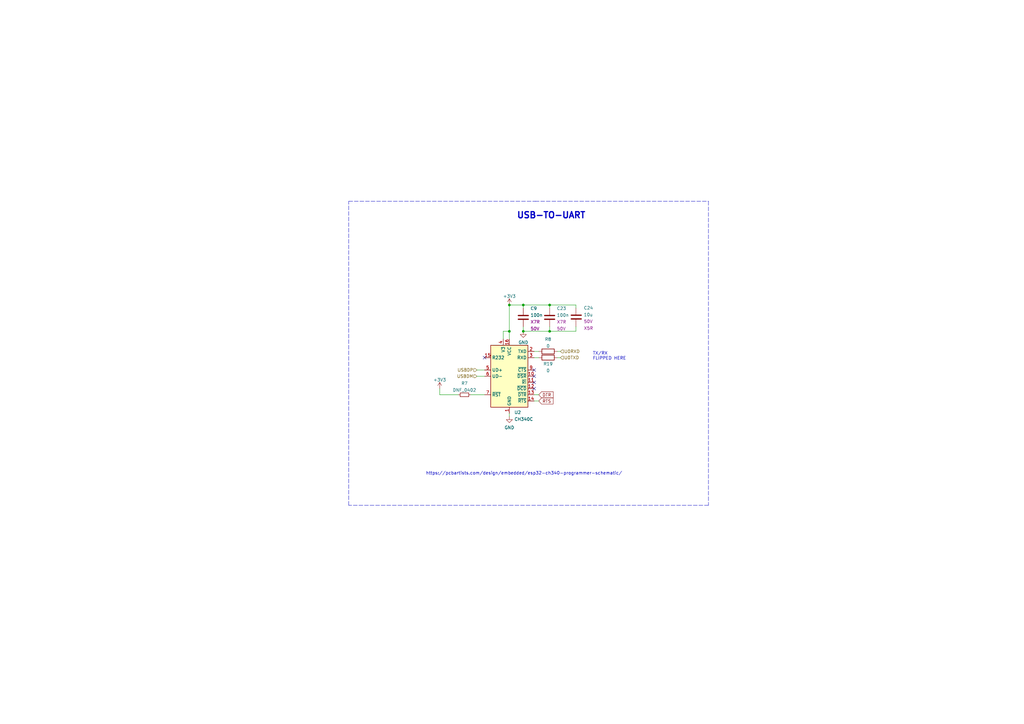
<source format=kicad_sch>
(kicad_sch (version 20211123) (generator eeschema)
  (paper "A3")
  (title_block (title "Plant Bot") (date "2022-12-10") (rev "E"))
  (lib_symbols
    (symbol "Misc_JLC:CH340C"
      (property "Reference" "U" (at -5.08 13.97 0))
      (property "Value" "CH340C" (at 1.27 13.97 0))
      (symbol "CH340C_0_1"
        (rectangle (start -7.62 12.7) (end 7.62 -12.7) (stroke (width 0.254)) (fill (type background)))
      )
      (symbol "CH340C_1_1"
        (pin power_in line (at 0 -15.24 90) (length 2.54) (name "GND") (number "1"))
        (pin input line (at 10.16 0 180) (length 2.54) (name "~{DSR}") (number "10"))
        (pin input line (at 10.16 -2.54 180) (length 2.54) (name "~{RI}") (number "11"))
        (pin input line (at 10.16 -5.08 180) (length 2.54) (name "~{DCD}") (number "12"))
        (pin output line (at 10.16 -7.62 180) (length 2.54) (name "~{DTR}") (number "13"))
        (pin output line (at 10.16 -10.16 180) (length 2.54) (name "~{RTS}") (number "14"))
        (pin input line (at -10.16 7.62 0) (length 2.54) (name "R232") (number "15"))
        (pin power_in line (at 0 15.24 270) (length 2.54) (name "VCC") (number "16"))
        (pin output line (at 10.16 10.16 180) (length 2.54) (name "TXD") (number "2"))
        (pin input line (at 10.16 7.62 180) (length 2.54) (name "RXD") (number "3"))
        (pin passive line (at -2.54 15.24 270) (length 2.54) (name "V3") (number "4"))
        (pin bidirectional line (at -10.16 2.54 0) (length 2.54) (name "UD+") (number "5"))
        (pin bidirectional line (at -10.16 0 0) (length 2.54) (name "UD-") (number "6"))
        (pin input line (at -10.16 -7.62 0) (length 2.54) (name "~{RST}") (number "7"))
        (pin no_connect line (at -7.62 -10.16 0) (length 2.54) hide (name "NC") (number "8"))
        (pin input line (at 10.16 2.54 180) (length 2.54) (name "~{CTS}") (number "9"))
      )
    )
    (symbol "TinyTin:0" (pin_numbers hide) (pin_names (offset 0))
      (property "Reference" "R" (at 2.032 0 90))
      (property "Value" "0" (at 0 0 90))
      (symbol "0_0_1"
        (rectangle (start -1.016 -2.54) (end 1.016 2.54) (stroke (width 0.254)))
      )
      (symbol "0_1_1"
        (pin passive line (at 0 3.81 270) (length 1.27) (name "~") (number "1"))
        (pin passive line (at 0 -3.81 90) (length 1.27) (name "~") (number "2"))
      )
    )
    (symbol "TinyTin:100n" (pin_numbers hide) (pin_names (offset 0.254))
      (property "Reference" "C" (at 0.635 2.54 0))
      (property "Value" "100n" (at 0.635 -2.54 0))
      (property "Type" "X7R" (at 5.7404 1.27 0))
      (property "Voltage" "50V" (at 5.5372 -1.016 0))
      (symbol "100n_0_1"
        (polyline (pts (xy -2.032 -0.762) (xy 2.032 -0.762)) (stroke (width 0.508)))
        (polyline (pts (xy -2.032 0.762) (xy 2.032 0.762)) (stroke (width 0.508)))
      )
      (symbol "100n_1_1"
        (pin passive line (at 0 3.81 270) (length 2.794) (name "~") (number "1"))
        (pin passive line (at 0 -3.81 90) (length 2.794) (name "~") (number "2"))
      )
    )
    (symbol "TinyTin:10u" (pin_numbers hide) (pin_names (offset 0.254) hide)
      (property "Reference" "C" (at 3.175 -2.54 0))
      (property "Value" "10u" (at 2.8702 -4.9276 0))
      (property "Rated Voltage" "50V" (at -4.7498 -4.826 0))
      (property "STD Code" "X5R" (at -4.6482 -2.8956 0))
      (symbol "10u_0_1"
        (polyline (pts (xy -1.905 -4.445) (xy 2.159 -4.445)) (stroke (width 0.508)))
        (polyline (pts (xy -1.905 -2.921) (xy 2.159 -2.921)) (stroke (width 0.508)))
      )
      (symbol "10u_1_1"
        (pin passive line (at 0 0 270) (length 2.794) (name "~") (number "1"))
        (pin passive line (at 0 -7.62 90) (length 3) (name "~") (number "2"))
      )
    )
    (symbol "personal:DNF_0402" (pin_numbers hide) (pin_names (offset 0.254) hide)
      (property "Reference" "R" (at 0.762 0.508 0))
      (property "Value" "DNF_0402" (at 0.762 -1.016 0))
      (symbol "DNF_0402_0_1"
        (rectangle (start -0.762 1.778) (end 0.762 -1.778) (stroke (width 0.2032)))
      )
      (symbol "DNF_0402_1_1"
        (pin passive line (at 0 2.54 270) (length 0.762) (name "~") (number "1"))
        (pin passive line (at 0 -2.54 90) (length 0.762) (name "~") (number "2"))
      )
    )
    (symbol "power:+3V3" (power) (pin_names (offset 0))
      (property "Value" "+3V3" (at 0 3.556 0))
      (symbol "+3V3_0_1"
        (polyline (pts (xy -0.762 1.27) (xy 0 2.54)))
        (polyline (pts (xy 0 0) (xy 0 2.54)))
        (polyline (pts (xy 0 2.54) (xy 0.762 1.27)))
      )
      (symbol "+3V3_1_1"
        (pin power_in line (at 0 0 90) (length 0) hide (name "+3V3") (number "1"))
      )
    )
    (symbol "power:GND" (power) (pin_names (offset 0))
      (property "Value" "GND" (at 0 -3.81 0))
      (symbol "GND_0_1"
        (polyline (pts (xy 0 0) (xy 0 -1.27) (xy 1.27 -1.27) (xy 0 -2.54) (xy -1.27 -1.27) (xy 0 -1.27)))
      )
      (symbol "GND_1_1"
        (pin power_in line (at 0 0 270) (length 0) hide (name "GND") (number "1"))
      )
    )
  )
  (junction (at 208.915 135.89))
  (junction (at 208.915 125.095))
  (junction (at 214.63 125.095))
  (junction (at 214.63 135.89))
  (junction (at 225.425 135.89))
  (junction (at 225.425 125.095))
  (no_connect (at 219.075 156.845))
  (no_connect (at 198.755 146.685))
  (no_connect (at 219.075 151.765))
  (no_connect (at 219.075 159.385))
  (no_connect (at 219.075 154.305))
  (wire (pts (xy 206.375 139.065) (xy 206.375 135.89)))
  (wire (pts (xy 208.915 125.095) (xy 208.915 135.89)))
  (wire (pts (xy 219.075 161.925) (xy 220.98 161.925)))
  (wire (pts (xy 228.6 144.145) (xy 229.87 144.145)))
  (wire (pts (xy 195.58 151.765) (xy 198.755 151.765)))
  (wire (pts (xy 225.425 135.89) (xy 236.22 135.89)))
  (wire (pts (xy 214.63 135.89) (xy 225.425 135.89)))
  (polyline (pts (xy 219.456 82.55) (xy 290.576 82.55)))
  (wire (pts (xy 219.075 144.145) (xy 220.98 144.145)))
  (wire (pts (xy 214.63 125.095) (xy 214.63 126.365)))
  (polyline (pts (xy 290.576 82.55) (xy 290.576 207.264)))
  (wire (pts (xy 225.425 125.095) (xy 225.425 126.365)))
  (wire (pts (xy 206.375 135.89) (xy 208.915 135.89)))
  (polyline (pts (xy 143.002 207.264) (xy 143.002 82.55)))
  (wire (pts (xy 219.075 146.685) (xy 220.98 146.685)))
  (wire (pts (xy 208.915 135.89) (xy 208.915 139.065)))
  (wire (pts (xy 219.075 164.465) (xy 220.98 164.465)))
  (polyline (pts (xy 143.002 82.55) (xy 219.71 82.55)))
  (wire (pts (xy 180.34 159.385) (xy 180.34 161.925)))
  (wire (pts (xy 225.425 133.985) (xy 225.425 135.89)))
  (wire (pts (xy 180.34 161.925) (xy 187.96 161.925)))
  (wire (pts (xy 208.915 125.095) (xy 214.63 125.095)))
  (polyline (pts (xy 290.576 207.264) (xy 143.002 207.264)))
  (wire (pts (xy 195.58 154.305) (xy 198.755 154.305)))
  (wire (pts (xy 236.22 133.985) (xy 236.22 135.89)))
  (wire (pts (xy 193.04 161.925) (xy 198.755 161.925)))
  (wire (pts (xy 214.63 125.095) (xy 225.425 125.095)))
  (wire (pts (xy 228.6 146.685) (xy 229.87 146.685)))
  (wire (pts (xy 225.425 125.095) (xy 236.22 125.095)))
  (wire (pts (xy 208.915 169.545) (xy 208.915 170.815)))
  (wire (pts (xy 214.63 133.985) (xy 214.63 135.89)))
  (wire (pts (xy 236.22 126.365) (xy 236.22 125.095)))
  (text "https://pcbartists.com/design/embedded/esp32-ch340-programmer-schematic/" (at 174.625 194.945 0) (effects (font (size 1.27 1.27)) (justify left bottom)))
  (text "TX/RX \nFLIPPED HERE" (at 243.078 147.828 0) (effects (font (size 1.27 1.27)) (justify left bottom)))
  (text "USB-TO-UART" (at 211.836 89.916 0) (effects (font (size 2.54 2.54) (thickness 0.508) bold) (justify left bottom)))
  (global_label "RTS" (shape input) (at 220.98 164.465 0) (property "Intersheet References" "${INTERSHEET_REFS}" (effects hide)))
  (global_label "DTR" (shape input) (at 220.98 161.925 0) (property "Intersheet References" "${INTERSHEET_REFS}" (effects hide)))
  (hierarchical_label "U0TXD" (shape input) (at 229.87 146.685 0))
  (hierarchical_label "USBDP" (shape input) (at 195.58 151.765 180))
  (hierarchical_label "USBDM" (shape input) (at 195.58 154.305 180))
  (hierarchical_label "U0RXD" (shape input) (at 229.87 144.145 0))
  (symbol (lib_id "TinyTin:10u") (at 236.22 126.365 0) (unit 1)
    (property "Reference" "C24" (at 239.395 126.2947 0) (effects (justify left)))
    (property "Value" "10u" (at 239.395 129.0698 0) (effects (justify left)))
    (property "Footprint" "Capacitor_SMD:C_0805_2012Metric" (effects hide))
    (property "Datasheet" "https://datasheet.lcsc.com/lcsc/2004251506_Murata-Electronics-GRM21BR61H106KE43L_C440198.pdf" (effects hide))
    (property "LCSC" "C440198" (effects hide))
    (property "Rated Voltage" "50V" (at 239.395 131.8449 0) (effects (justify left)))
    (property "STD Code" "X5R" (at 239.395 134.62 0) (effects (justify left)))
  )
  (symbol (lib_id "TinyTin:0") (at 224.79 146.685 90) (unit 1)
    (property "Reference" "R19" (at 224.79 149.225 90))
    (property "Value" "0" (at 224.79 152.0001 90))
    (property "Footprint" "Resistor_SMD:R_0805_2012Metric_Pad1.20x1.40mm_HandSolder" (effects hide))
    (property "LCSC" "C17477" (effects hide))
  )
  (symbol (lib_id "power:GND") (at 208.915 170.815 0) (unit 1)
    (property "Reference" "#PWR0155" (effects hide))
    (property "Value" "GND" (at 208.915 175.3775 0))
  )
  (symbol (lib_id "TinyTin:0") (at 224.79 144.145 90) (unit 1)
    (property "Reference" "R8" (at 224.79 139.1625 90))
    (property "Value" "0" (at 224.79 141.9376 90))
    (property "Footprint" "Resistor_SMD:R_0805_2012Metric_Pad1.20x1.40mm_HandSolder" (effects hide))
    (property "LCSC" "C17477" (effects hide))
  )
  (symbol (lib_id "TinyTin:100n") (at 225.425 130.175 0) (unit 1)
    (property "Reference" "C23" (at 228.346 126.4914 0) (effects (justify left)))
    (property "Value" "100n" (at 228.346 129.2665 0) (effects (justify left)))
    (property "Footprint" "Capacitor_SMD:C_0402_1005Metric" (effects hide))
    (property "Type" "X7R" (at 228.346 132.0416 0) (effects (justify left)))
    (property "LCSC" "C307331" (effects hide))
    (property "Voltage" "50V" (at 228.346 134.8167 0) (effects (justify left)))
  )
  (symbol (lib_id "power:GND") (at 214.63 135.89 0) (mirror y) (unit 1)
    (property "Reference" "#PWR0154" (effects hide))
    (property "Value" "GND" (at 214.63 140.4525 0))
  )
  (symbol (lib_id "Misc_JLC:CH340C") (at 208.915 154.305 0) (unit 1)
    (property "Reference" "U2" (at 210.9344 169.1545 0) (effects (justify left)))
    (property "Value" "CH340C" (at 210.9344 171.9296 0) (effects (justify left)))
    (property "Footprint" "Package_SO:SOIC-16_3.9x9.9mm_P1.27mm" (effects hide))
    (property "Datasheet" "https://www.mpja.com/download/35227cpdata.pdf" (effects hide))
    (property "LCSC" "C84681" (effects hide))
  )
  (symbol (lib_id "power:+3V3") (at 208.915 125.095 0) (unit 1)
    (property "Reference" "#PWR0156" (effects hide))
    (property "Value" "+3V3" (at 208.915 121.4905 0))
  )
  (symbol (lib_id "power:+3V3") (at 180.34 159.385 0) (unit 1)
    (property "Reference" "#PWR0141" (effects hide))
    (property "Value" "+3V3" (at 180.34 155.7805 0))
  )
  (symbol (lib_id "TinyTin:100n") (at 214.63 130.175 0) (unit 1)
    (property "Reference" "C9" (at 217.551 126.4914 0) (effects (justify left)))
    (property "Value" "100n" (at 217.551 129.2665 0) (effects (justify left)))
    (property "Footprint" "Capacitor_SMD:C_0402_1005Metric" (effects hide))
    (property "Type" "X7R" (at 217.551 132.0416 0) (effects (justify left)))
    (property "LCSC" "C307331" (effects hide))
    (property "Voltage" "50V" (at 217.551 134.8167 0) (effects (justify left)))
  )
  (symbol (lib_id "personal:DNF_0402") (at 190.5 161.925 270) (unit 1)
    (property "Reference" "R7" (at 190.5 157.2219 90))
    (property "Value" "DNF_0402" (at 190.5 159.997 90))
    (property "Footprint" "Resistor_SMD:R_0402_1005Metric" (effects hide))
  )
)
</source>
